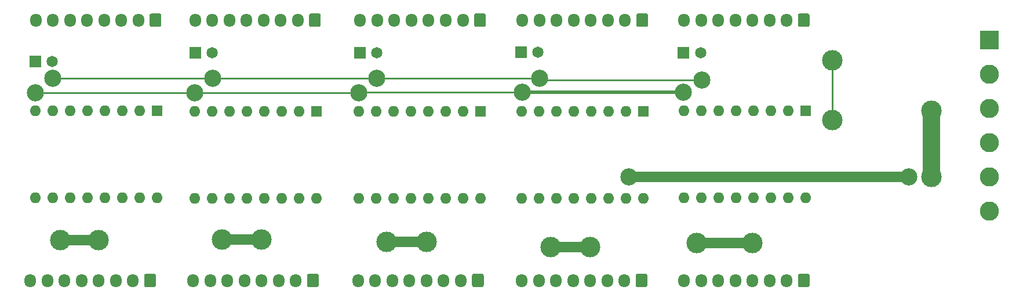
<source format=gbr>
%TF.GenerationSoftware,KiCad,Pcbnew,(5.1.6)-1*%
%TF.CreationDate,2020-09-25T17:37:12+06:00*%
%TF.ProjectId,TMC2130,544d4332-3133-4302-9e6b-696361645f70,rev?*%
%TF.SameCoordinates,Original*%
%TF.FileFunction,Copper,L1,Top*%
%TF.FilePolarity,Positive*%
%FSLAX46Y46*%
G04 Gerber Fmt 4.6, Leading zero omitted, Abs format (unit mm)*
G04 Created by KiCad (PCBNEW (5.1.6)-1) date 2020-09-25 17:37:12*
%MOMM*%
%LPD*%
G01*
G04 APERTURE LIST*
%TA.AperFunction,ComponentPad*%
%ADD10O,1.700000X1.950000*%
%TD*%
%TA.AperFunction,ComponentPad*%
%ADD11C,1.651000*%
%TD*%
%TA.AperFunction,ComponentPad*%
%ADD12R,1.651000X1.651000*%
%TD*%
%TA.AperFunction,ComponentPad*%
%ADD13O,1.600000X1.600000*%
%TD*%
%TA.AperFunction,ComponentPad*%
%ADD14R,1.600000X1.600000*%
%TD*%
%TA.AperFunction,ComponentPad*%
%ADD15C,2.800000*%
%TD*%
%TA.AperFunction,ComponentPad*%
%ADD16R,2.800000X2.800000*%
%TD*%
%TA.AperFunction,ViaPad*%
%ADD17C,2.500000*%
%TD*%
%TA.AperFunction,ViaPad*%
%ADD18C,3.000000*%
%TD*%
%TA.AperFunction,Conductor*%
%ADD19C,0.250000*%
%TD*%
%TA.AperFunction,Conductor*%
%ADD20C,0.500000*%
%TD*%
%TA.AperFunction,Conductor*%
%ADD21C,2.500000*%
%TD*%
%TA.AperFunction,Conductor*%
%ADD22C,1.500000*%
%TD*%
G04 APERTURE END LIST*
D10*
%TO.P,J11,8*%
%TO.N,VM*%
X-14500000Y-31100000D03*
%TO.P,J11,7*%
%TO.N,GND*%
X-12000000Y-31100000D03*
%TO.P,J11,6*%
%TO.N,Net-(A5-Pad6)*%
X-9500000Y-31100000D03*
%TO.P,J11,5*%
%TO.N,Net-(A5-Pad5)*%
X-7000000Y-31100000D03*
%TO.P,J11,4*%
%TO.N,Net-(A5-Pad4)*%
X-4500000Y-31100000D03*
%TO.P,J11,3*%
%TO.N,Net-(A5-Pad3)*%
X-2000000Y-31100000D03*
%TO.P,J11,2*%
%TO.N,VDD*%
X500000Y-31100000D03*
%TO.P,J11,1*%
%TO.N,GND*%
%TA.AperFunction,ComponentPad*%
G36*
G01*
X3850000Y-30375000D02*
X3850000Y-31825000D01*
G75*
G02*
X3600000Y-32075000I-250000J0D01*
G01*
X2400000Y-32075000D01*
G75*
G02*
X2150000Y-31825000I0J250000D01*
G01*
X2150000Y-30375000D01*
G75*
G02*
X2400000Y-30125000I250000J0D01*
G01*
X3600000Y-30125000D01*
G75*
G02*
X3850000Y-30375000I0J-250000D01*
G01*
G37*
%TD.AperFunction*%
%TD*%
%TO.P,J10,8*%
%TO.N,N/C*%
X-15300000Y-69100000D03*
%TO.P,J10,7*%
X-12800000Y-69100000D03*
%TO.P,J10,6*%
%TO.N,GND*%
X-10300000Y-69100000D03*
%TO.P,J10,5*%
%TO.N,Net-(A5-Pad15)*%
X-7800000Y-69100000D03*
%TO.P,J10,4*%
%TO.N,Net-(A5-Pad9)*%
X-5300000Y-69100000D03*
%TO.P,J10,3*%
%TO.N,Net-(A5-Pad16)*%
X-2800000Y-69100000D03*
%TO.P,J10,2*%
%TO.N,N/C*%
X-300000Y-69100000D03*
%TO.P,J10,1*%
%TA.AperFunction,ComponentPad*%
G36*
G01*
X3050000Y-68375000D02*
X3050000Y-69825000D01*
G75*
G02*
X2800000Y-70075000I-250000J0D01*
G01*
X1600000Y-70075000D01*
G75*
G02*
X1350000Y-69825000I0J250000D01*
G01*
X1350000Y-68375000D01*
G75*
G02*
X1600000Y-68125000I250000J0D01*
G01*
X2800000Y-68125000D01*
G75*
G02*
X3050000Y-68375000I0J-250000D01*
G01*
G37*
%TD.AperFunction*%
%TD*%
D11*
%TO.P,C5,2*%
%TO.N,GND*%
X-12050320Y-37100000D03*
D12*
%TO.P,C5,1*%
%TO.N,VM*%
X-14549680Y-37100000D03*
%TD*%
D13*
%TO.P,A5,16*%
%TO.N,Net-(A5-Pad16)*%
X3200000Y-57000000D03*
%TO.P,A5,8*%
%TO.N,VM*%
X-14580000Y-44300000D03*
%TO.P,A5,15*%
%TO.N,Net-(A5-Pad15)*%
X660000Y-57000000D03*
%TO.P,A5,7*%
%TO.N,GND*%
X-12040000Y-44300000D03*
%TO.P,A5,14*%
%TO.N,N/C*%
X-1880000Y-57000000D03*
%TO.P,A5,6*%
%TO.N,Net-(A5-Pad6)*%
X-9500000Y-44300000D03*
%TO.P,A5,13*%
%TO.N,N/C*%
X-4420000Y-57000000D03*
%TO.P,A5,5*%
%TO.N,Net-(A5-Pad5)*%
X-6960000Y-44300000D03*
%TO.P,A5,12*%
%TO.N,N/C*%
X-6960000Y-57000000D03*
%TO.P,A5,4*%
%TO.N,Net-(A5-Pad4)*%
X-4420000Y-44300000D03*
%TO.P,A5,11*%
%TO.N,N/C*%
X-9500000Y-57000000D03*
%TO.P,A5,3*%
%TO.N,Net-(A5-Pad3)*%
X-1880000Y-44300000D03*
%TO.P,A5,10*%
%TO.N,N/C*%
X-12040000Y-57000000D03*
%TO.P,A5,2*%
%TO.N,VDD*%
X660000Y-44300000D03*
%TO.P,A5,9*%
%TO.N,Net-(A5-Pad9)*%
X-14580000Y-57000000D03*
D14*
%TO.P,A5,1*%
%TO.N,GND*%
X3200000Y-44300000D03*
%TD*%
D10*
%TO.P,J7,8*%
%TO.N,VM*%
X8800000Y-31100000D03*
%TO.P,J7,7*%
%TO.N,GND*%
X11300000Y-31100000D03*
%TO.P,J7,6*%
%TO.N,Net-(A4-Pad6)*%
X13800000Y-31100000D03*
%TO.P,J7,5*%
%TO.N,Net-(A4-Pad5)*%
X16300000Y-31100000D03*
%TO.P,J7,4*%
%TO.N,Net-(A4-Pad4)*%
X18800000Y-31100000D03*
%TO.P,J7,3*%
%TO.N,Net-(A4-Pad3)*%
X21300000Y-31100000D03*
%TO.P,J7,2*%
%TO.N,VDD*%
X23800000Y-31100000D03*
%TO.P,J7,1*%
%TO.N,GND*%
%TA.AperFunction,ComponentPad*%
G36*
G01*
X27150000Y-30375000D02*
X27150000Y-31825000D01*
G75*
G02*
X26900000Y-32075000I-250000J0D01*
G01*
X25700000Y-32075000D01*
G75*
G02*
X25450000Y-31825000I0J250000D01*
G01*
X25450000Y-30375000D01*
G75*
G02*
X25700000Y-30125000I250000J0D01*
G01*
X26900000Y-30125000D01*
G75*
G02*
X27150000Y-30375000I0J-250000D01*
G01*
G37*
%TD.AperFunction*%
%TD*%
%TO.P,J6,8*%
%TO.N,N/C*%
X8500000Y-69100000D03*
%TO.P,J6,7*%
X11000000Y-69100000D03*
%TO.P,J6,6*%
%TO.N,GND*%
X13500000Y-69100000D03*
%TO.P,J6,5*%
%TO.N,Net-(A4-Pad15)*%
X16000000Y-69100000D03*
%TO.P,J6,4*%
%TO.N,Net-(A4-Pad9)*%
X18500000Y-69100000D03*
%TO.P,J6,3*%
%TO.N,Net-(A4-Pad16)*%
X21000000Y-69100000D03*
%TO.P,J6,2*%
%TO.N,N/C*%
X23500000Y-69100000D03*
%TO.P,J6,1*%
%TA.AperFunction,ComponentPad*%
G36*
G01*
X26850000Y-68375000D02*
X26850000Y-69825000D01*
G75*
G02*
X26600000Y-70075000I-250000J0D01*
G01*
X25400000Y-70075000D01*
G75*
G02*
X25150000Y-69825000I0J250000D01*
G01*
X25150000Y-68375000D01*
G75*
G02*
X25400000Y-68125000I250000J0D01*
G01*
X26600000Y-68125000D01*
G75*
G02*
X26850000Y-68375000I0J-250000D01*
G01*
G37*
%TD.AperFunction*%
%TD*%
D11*
%TO.P,C4,2*%
%TO.N,GND*%
X11299360Y-35900000D03*
D12*
%TO.P,C4,1*%
%TO.N,VM*%
X8800000Y-35900000D03*
%TD*%
D13*
%TO.P,A4,16*%
%TO.N,Net-(A4-Pad16)*%
X26500000Y-57100000D03*
%TO.P,A4,8*%
%TO.N,VM*%
X8720000Y-44400000D03*
%TO.P,A4,15*%
%TO.N,Net-(A4-Pad15)*%
X23960000Y-57100000D03*
%TO.P,A4,7*%
%TO.N,GND*%
X11260000Y-44400000D03*
%TO.P,A4,14*%
%TO.N,N/C*%
X21420000Y-57100000D03*
%TO.P,A4,6*%
%TO.N,Net-(A4-Pad6)*%
X13800000Y-44400000D03*
%TO.P,A4,13*%
%TO.N,N/C*%
X18880000Y-57100000D03*
%TO.P,A4,5*%
%TO.N,Net-(A4-Pad5)*%
X16340000Y-44400000D03*
%TO.P,A4,12*%
%TO.N,N/C*%
X16340000Y-57100000D03*
%TO.P,A4,4*%
%TO.N,Net-(A4-Pad4)*%
X18880000Y-44400000D03*
%TO.P,A4,11*%
%TO.N,N/C*%
X13800000Y-57100000D03*
%TO.P,A4,3*%
%TO.N,Net-(A4-Pad3)*%
X21420000Y-44400000D03*
%TO.P,A4,10*%
%TO.N,N/C*%
X11260000Y-57100000D03*
%TO.P,A4,2*%
%TO.N,VDD*%
X23960000Y-44400000D03*
%TO.P,A4,9*%
%TO.N,Net-(A4-Pad9)*%
X8720000Y-57100000D03*
D14*
%TO.P,A4,1*%
%TO.N,GND*%
X26500000Y-44400000D03*
%TD*%
D10*
%TO.P,J5,8*%
%TO.N,VM*%
X32900000Y-31100000D03*
%TO.P,J5,7*%
%TO.N,GND*%
X35400000Y-31100000D03*
%TO.P,J5,6*%
%TO.N,Net-(A2-Pad6)*%
X37900000Y-31100000D03*
%TO.P,J5,5*%
%TO.N,Net-(A2-Pad5)*%
X40400000Y-31100000D03*
%TO.P,J5,4*%
%TO.N,Net-(A2-Pad4)*%
X42900000Y-31100000D03*
%TO.P,J5,3*%
%TO.N,Net-(A2-Pad3)*%
X45400000Y-31100000D03*
%TO.P,J5,2*%
%TO.N,VDD*%
X47900000Y-31100000D03*
%TO.P,J5,1*%
%TO.N,GND*%
%TA.AperFunction,ComponentPad*%
G36*
G01*
X51250000Y-30375000D02*
X51250000Y-31825000D01*
G75*
G02*
X51000000Y-32075000I-250000J0D01*
G01*
X49800000Y-32075000D01*
G75*
G02*
X49550000Y-31825000I0J250000D01*
G01*
X49550000Y-30375000D01*
G75*
G02*
X49800000Y-30125000I250000J0D01*
G01*
X51000000Y-30125000D01*
G75*
G02*
X51250000Y-30375000I0J-250000D01*
G01*
G37*
%TD.AperFunction*%
%TD*%
%TO.P,J3,8*%
%TO.N,N/C*%
X32600000Y-69100000D03*
%TO.P,J3,7*%
X35100000Y-69100000D03*
%TO.P,J3,6*%
%TO.N,GND*%
X37600000Y-69100000D03*
%TO.P,J3,5*%
%TO.N,Net-(A2-Pad15)*%
X40100000Y-69100000D03*
%TO.P,J3,4*%
%TO.N,Net-(A2-Pad9)*%
X42600000Y-69100000D03*
%TO.P,J3,3*%
%TO.N,Net-(A2-Pad16)*%
X45100000Y-69100000D03*
%TO.P,J3,2*%
%TO.N,N/C*%
X47600000Y-69100000D03*
%TO.P,J3,1*%
%TA.AperFunction,ComponentPad*%
G36*
G01*
X50950000Y-68375000D02*
X50950000Y-69825000D01*
G75*
G02*
X50700000Y-70075000I-250000J0D01*
G01*
X49500000Y-70075000D01*
G75*
G02*
X49250000Y-69825000I0J250000D01*
G01*
X49250000Y-68375000D01*
G75*
G02*
X49500000Y-68125000I250000J0D01*
G01*
X50700000Y-68125000D01*
G75*
G02*
X50950000Y-68375000I0J-250000D01*
G01*
G37*
%TD.AperFunction*%
%TD*%
D11*
%TO.P,C2,2*%
%TO.N,GND*%
X35349680Y-35900000D03*
D12*
%TO.P,C2,1*%
%TO.N,VM*%
X32850320Y-35900000D03*
%TD*%
D13*
%TO.P,A2,16*%
%TO.N,Net-(A2-Pad16)*%
X50500000Y-57100000D03*
%TO.P,A2,8*%
%TO.N,VM*%
X32720000Y-44400000D03*
%TO.P,A2,15*%
%TO.N,Net-(A2-Pad15)*%
X47960000Y-57100000D03*
%TO.P,A2,7*%
%TO.N,GND*%
X35260000Y-44400000D03*
%TO.P,A2,14*%
%TO.N,N/C*%
X45420000Y-57100000D03*
%TO.P,A2,6*%
%TO.N,Net-(A2-Pad6)*%
X37800000Y-44400000D03*
%TO.P,A2,13*%
%TO.N,N/C*%
X42880000Y-57100000D03*
%TO.P,A2,5*%
%TO.N,Net-(A2-Pad5)*%
X40340000Y-44400000D03*
%TO.P,A2,12*%
%TO.N,N/C*%
X40340000Y-57100000D03*
%TO.P,A2,4*%
%TO.N,Net-(A2-Pad4)*%
X42880000Y-44400000D03*
%TO.P,A2,11*%
%TO.N,N/C*%
X37800000Y-57100000D03*
%TO.P,A2,3*%
%TO.N,Net-(A2-Pad3)*%
X45420000Y-44400000D03*
%TO.P,A2,10*%
%TO.N,N/C*%
X35260000Y-57100000D03*
%TO.P,A2,2*%
%TO.N,VDD*%
X47960000Y-44400000D03*
%TO.P,A2,9*%
%TO.N,Net-(A2-Pad9)*%
X32720000Y-57100000D03*
D14*
%TO.P,A2,1*%
%TO.N,GND*%
X50500000Y-44400000D03*
%TD*%
D10*
%TO.P,J9,8*%
%TO.N,N/C*%
X80200000Y-69100000D03*
%TO.P,J9,7*%
X82700000Y-69100000D03*
%TO.P,J9,6*%
%TO.N,GND*%
X85200000Y-69100000D03*
%TO.P,J9,5*%
%TO.N,Net-(A1-Pad15)*%
X87700000Y-69100000D03*
%TO.P,J9,4*%
%TO.N,Net-(A1-Pad9)*%
X90200000Y-69100000D03*
%TO.P,J9,3*%
%TO.N,Net-(A1-Pad16)*%
X92700000Y-69100000D03*
%TO.P,J9,2*%
%TO.N,N/C*%
X95200000Y-69100000D03*
%TO.P,J9,1*%
%TA.AperFunction,ComponentPad*%
G36*
G01*
X98550000Y-68375000D02*
X98550000Y-69825000D01*
G75*
G02*
X98300000Y-70075000I-250000J0D01*
G01*
X97100000Y-70075000D01*
G75*
G02*
X96850000Y-69825000I0J250000D01*
G01*
X96850000Y-68375000D01*
G75*
G02*
X97100000Y-68125000I250000J0D01*
G01*
X98300000Y-68125000D01*
G75*
G02*
X98550000Y-68375000I0J-250000D01*
G01*
G37*
%TD.AperFunction*%
%TD*%
%TO.P,J8,8*%
%TO.N,VM*%
X56600000Y-31100000D03*
%TO.P,J8,7*%
%TO.N,GND*%
X59100000Y-31100000D03*
%TO.P,J8,6*%
%TO.N,Net-(A3-Pad6)*%
X61600000Y-31100000D03*
%TO.P,J8,5*%
%TO.N,Net-(A3-Pad5)*%
X64100000Y-31100000D03*
%TO.P,J8,4*%
%TO.N,Net-(A3-Pad4)*%
X66600000Y-31100000D03*
%TO.P,J8,3*%
%TO.N,Net-(A3-Pad3)*%
X69100000Y-31100000D03*
%TO.P,J8,2*%
%TO.N,VDD*%
X71600000Y-31100000D03*
%TO.P,J8,1*%
%TO.N,GND*%
%TA.AperFunction,ComponentPad*%
G36*
G01*
X74950000Y-30375000D02*
X74950000Y-31825000D01*
G75*
G02*
X74700000Y-32075000I-250000J0D01*
G01*
X73500000Y-32075000D01*
G75*
G02*
X73250000Y-31825000I0J250000D01*
G01*
X73250000Y-30375000D01*
G75*
G02*
X73500000Y-30125000I250000J0D01*
G01*
X74700000Y-30125000D01*
G75*
G02*
X74950000Y-30375000I0J-250000D01*
G01*
G37*
%TD.AperFunction*%
%TD*%
%TO.P,J4,8*%
%TO.N,N/C*%
X56500000Y-69100000D03*
%TO.P,J4,7*%
X59000000Y-69100000D03*
%TO.P,J4,6*%
%TO.N,GND*%
X61500000Y-69100000D03*
%TO.P,J4,5*%
%TO.N,Net-(A3-Pad15)*%
X64000000Y-69100000D03*
%TO.P,J4,4*%
%TO.N,Net-(A3-Pad9)*%
X66500000Y-69100000D03*
%TO.P,J4,3*%
%TO.N,Net-(A3-Pad16)*%
X69000000Y-69100000D03*
%TO.P,J4,2*%
%TO.N,N/C*%
X71500000Y-69100000D03*
%TO.P,J4,1*%
%TA.AperFunction,ComponentPad*%
G36*
G01*
X74850000Y-68375000D02*
X74850000Y-69825000D01*
G75*
G02*
X74600000Y-70075000I-250000J0D01*
G01*
X73400000Y-70075000D01*
G75*
G02*
X73150000Y-69825000I0J250000D01*
G01*
X73150000Y-68375000D01*
G75*
G02*
X73400000Y-68125000I250000J0D01*
G01*
X74600000Y-68125000D01*
G75*
G02*
X74850000Y-68375000I0J-250000D01*
G01*
G37*
%TD.AperFunction*%
%TD*%
D11*
%TO.P,C3,2*%
%TO.N,GND*%
X58899360Y-35800000D03*
D12*
%TO.P,C3,1*%
%TO.N,VM*%
X56400000Y-35800000D03*
%TD*%
D13*
%TO.P,A3,16*%
%TO.N,Net-(A3-Pad16)*%
X74300000Y-57100000D03*
%TO.P,A3,8*%
%TO.N,VM*%
X56520000Y-44400000D03*
%TO.P,A3,15*%
%TO.N,Net-(A3-Pad15)*%
X71760000Y-57100000D03*
%TO.P,A3,7*%
%TO.N,GND*%
X59060000Y-44400000D03*
%TO.P,A3,14*%
%TO.N,N/C*%
X69220000Y-57100000D03*
%TO.P,A3,6*%
%TO.N,Net-(A3-Pad6)*%
X61600000Y-44400000D03*
%TO.P,A3,13*%
%TO.N,N/C*%
X66680000Y-57100000D03*
%TO.P,A3,5*%
%TO.N,Net-(A3-Pad5)*%
X64140000Y-44400000D03*
%TO.P,A3,12*%
%TO.N,N/C*%
X64140000Y-57100000D03*
%TO.P,A3,4*%
%TO.N,Net-(A3-Pad4)*%
X66680000Y-44400000D03*
%TO.P,A3,11*%
%TO.N,N/C*%
X61600000Y-57100000D03*
%TO.P,A3,3*%
%TO.N,Net-(A3-Pad3)*%
X69220000Y-44400000D03*
%TO.P,A3,10*%
%TO.N,N/C*%
X59060000Y-57100000D03*
%TO.P,A3,2*%
%TO.N,VDD*%
X71760000Y-44400000D03*
%TO.P,A3,9*%
%TO.N,Net-(A3-Pad9)*%
X56520000Y-57100000D03*
D14*
%TO.P,A3,1*%
%TO.N,GND*%
X74300000Y-44400000D03*
%TD*%
D10*
%TO.P,J2,8*%
%TO.N,VM*%
X80200000Y-31100000D03*
%TO.P,J2,7*%
%TO.N,GND*%
X82700000Y-31100000D03*
%TO.P,J2,6*%
%TO.N,Net-(A1-Pad6)*%
X85200000Y-31100000D03*
%TO.P,J2,5*%
%TO.N,Net-(A1-Pad5)*%
X87700000Y-31100000D03*
%TO.P,J2,4*%
%TO.N,Net-(A1-Pad4)*%
X90200000Y-31100000D03*
%TO.P,J2,3*%
%TO.N,Net-(A1-Pad3)*%
X92700000Y-31100000D03*
%TO.P,J2,2*%
%TO.N,VDD*%
X95200000Y-31100000D03*
%TO.P,J2,1*%
%TO.N,GND*%
%TA.AperFunction,ComponentPad*%
G36*
G01*
X98550000Y-30375000D02*
X98550000Y-31825000D01*
G75*
G02*
X98300000Y-32075000I-250000J0D01*
G01*
X97100000Y-32075000D01*
G75*
G02*
X96850000Y-31825000I0J250000D01*
G01*
X96850000Y-30375000D01*
G75*
G02*
X97100000Y-30125000I250000J0D01*
G01*
X98300000Y-30125000D01*
G75*
G02*
X98550000Y-30375000I0J-250000D01*
G01*
G37*
%TD.AperFunction*%
%TD*%
D11*
%TO.P,C1,2*%
%TO.N,GND*%
X82649680Y-35900000D03*
D12*
%TO.P,C1,1*%
%TO.N,VM*%
X80150320Y-35900000D03*
%TD*%
D15*
%TO.P,J1,6*%
%TO.N,VM*%
X124819000Y-58978000D03*
%TO.P,J1,5*%
%TO.N,VDD*%
X124819000Y-53978000D03*
%TO.P,J1,4*%
%TO.N,GND*%
X124819000Y-48978000D03*
%TO.P,J1,3*%
X124819000Y-43978000D03*
%TO.P,J1,2*%
%TO.N,N/C*%
X124819000Y-38978000D03*
D16*
%TO.P,J1,1*%
X124819000Y-33978000D03*
%TD*%
D13*
%TO.P,A1,16*%
%TO.N,Net-(A1-Pad16)*%
X97958500Y-57028500D03*
%TO.P,A1,8*%
%TO.N,VM*%
X80178500Y-44328500D03*
%TO.P,A1,15*%
%TO.N,Net-(A1-Pad15)*%
X95418500Y-57028500D03*
%TO.P,A1,7*%
%TO.N,GND*%
X82718500Y-44328500D03*
%TO.P,A1,14*%
%TO.N,N/C*%
X92878500Y-57028500D03*
%TO.P,A1,6*%
%TO.N,Net-(A1-Pad6)*%
X85258500Y-44328500D03*
%TO.P,A1,13*%
%TO.N,N/C*%
X90338500Y-57028500D03*
%TO.P,A1,5*%
%TO.N,Net-(A1-Pad5)*%
X87798500Y-44328500D03*
%TO.P,A1,12*%
%TO.N,N/C*%
X87798500Y-57028500D03*
%TO.P,A1,4*%
%TO.N,Net-(A1-Pad4)*%
X90338500Y-44328500D03*
%TO.P,A1,11*%
%TO.N,N/C*%
X85258500Y-57028500D03*
%TO.P,A1,3*%
%TO.N,Net-(A1-Pad3)*%
X92878500Y-44328500D03*
%TO.P,A1,10*%
%TO.N,N/C*%
X82718500Y-57028500D03*
%TO.P,A1,2*%
%TO.N,VDD*%
X95418500Y-44328500D03*
%TO.P,A1,9*%
%TO.N,Net-(A1-Pad9)*%
X80178500Y-57028500D03*
D14*
%TO.P,A1,1*%
%TO.N,GND*%
X97958500Y-44328500D03*
%TD*%
D17*
%TO.N,GND*%
X82800000Y-39800000D03*
D18*
X101900000Y-37000000D03*
X101900000Y-45700000D03*
D17*
X59112672Y-39618462D03*
X35318462Y-39618462D03*
X11350000Y-39618462D03*
X-11981538Y-39618462D03*
%TO.N,VM*%
X80100000Y-41600000D03*
X56600000Y-41600000D03*
X32720000Y-41680000D03*
X8720000Y-41720000D03*
X-14580000Y-41720000D03*
D18*
%TO.N,VDD*%
X116312500Y-53978000D03*
X116312500Y-44312500D03*
D17*
X113072000Y-53978000D03*
X72178000Y-53978000D03*
D18*
%TO.N,Net-(A2-Pad9)*%
X36800000Y-63500000D03*
X42600000Y-63500000D03*
%TO.N,Net-(A1-Pad9)*%
X82100000Y-63600000D03*
X90200000Y-63600000D03*
%TO.N,Net-(A3-Pad9)*%
X60700000Y-64200000D03*
X66500000Y-64200000D03*
%TO.N,Net-(A4-Pad9)*%
X12700000Y-63100000D03*
X18500000Y-63100000D03*
%TO.N,Net-(A5-Pad9)*%
X-10900000Y-63200000D03*
X-5300000Y-63200000D03*
%TD*%
D19*
%TO.N,GND*%
X101900000Y-37000000D02*
X101900000Y-45700000D01*
X82800000Y-39800000D02*
X59100000Y-39800000D01*
X59100000Y-39800000D02*
X59100000Y-39631134D01*
X59100000Y-39631134D02*
X59112672Y-39618462D01*
X59112672Y-39618462D02*
X35318462Y-39618462D01*
X35318462Y-39618462D02*
X11418462Y-39618462D01*
X11418462Y-39618462D02*
X11350000Y-39618462D01*
X11350000Y-39618462D02*
X-11981538Y-39618462D01*
%TO.N,VM*%
X80100000Y-41600000D02*
X79974999Y-41725001D01*
D20*
X80100000Y-41600000D02*
X56600000Y-41600000D01*
D19*
X56600000Y-41600000D02*
X32800000Y-41600000D01*
X32800000Y-41600000D02*
X32720000Y-41680000D01*
X8760000Y-41680000D02*
X8720000Y-41720000D01*
X32720000Y-41680000D02*
X8760000Y-41680000D01*
X8720000Y-41720000D02*
X-14580000Y-41720000D01*
D21*
%TO.N,VDD*%
X116312500Y-53978000D02*
X116312500Y-44312500D01*
X116312500Y-44312500D02*
X116300000Y-44300000D01*
D22*
X113072000Y-53978000D02*
X72178000Y-53978000D01*
%TO.N,Net-(A2-Pad9)*%
X36800000Y-63500000D02*
X42600000Y-63500000D01*
%TO.N,Net-(A1-Pad9)*%
X82100000Y-63600000D02*
X90200000Y-63600000D01*
%TO.N,Net-(A3-Pad9)*%
X60700000Y-64200000D02*
X66500000Y-64200000D01*
%TO.N,Net-(A4-Pad9)*%
X12700000Y-63100000D02*
X18500000Y-63100000D01*
%TO.N,Net-(A5-Pad9)*%
X-10900000Y-63200000D02*
X-5300000Y-63200000D01*
%TD*%
M02*

</source>
